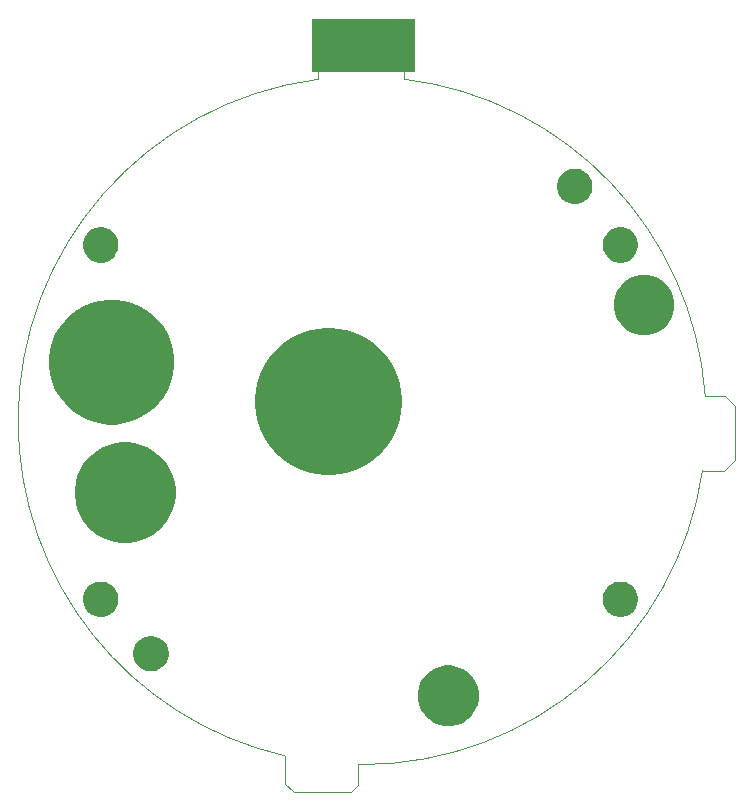
<source format=gbr>
%TF.GenerationSoftware,Altium Limited,Altium Designer,22.7.1 (60)*%
G04 Layer_Color=0*
%FSLAX45Y45*%
%MOMM*%
%TF.SameCoordinates,2E8CAF61-F9F5-4988-A97D-765C0E49F6B8*%
%TF.FilePolarity,Positive*%
%TF.FileFunction,Profile,NP*%
%TF.Part,Single*%
G01*
G75*
%TA.AperFunction,Profile*%
%ADD56C,0.02540*%
G36*
X-292100Y-457718D02*
X-322697D01*
X-383597Y-451720D01*
X-443615Y-439782D01*
X-502174Y-422018D01*
X-558710Y-398600D01*
X-612679Y-369753D01*
X-663560Y-335756D01*
X-710864Y-296934D01*
X-754134Y-253664D01*
X-792956Y-206360D01*
X-826953Y-155479D01*
X-855800Y-101510D01*
X-879218Y-44974D01*
X-896982Y13585D01*
X-908920Y73603D01*
X-914918Y134503D01*
Y165100D01*
Y195697D01*
X-908920Y256596D01*
X-896982Y316615D01*
X-879218Y375174D01*
X-855800Y431710D01*
X-826953Y485678D01*
X-792956Y536560D01*
X-754134Y583863D01*
X-710864Y627134D01*
X-663560Y665955D01*
X-612679Y699953D01*
X-558710Y728800D01*
X-502174Y752218D01*
X-443615Y769981D01*
X-383597Y781920D01*
X-322697Y787918D01*
X-292100D01*
X-261503D01*
X-200604Y781920D01*
X-140585Y769981D01*
X-82026Y752218D01*
X-25490Y728800D01*
X28478Y699953D01*
X79360Y665955D01*
X126663Y627134D01*
X169934Y583863D01*
X208755Y536560D01*
X242753Y485678D01*
X271600Y431710D01*
X295018Y375174D01*
X312781Y316615D01*
X324720Y256596D01*
X330718Y195697D01*
Y165100D01*
Y134503D01*
X324720Y73603D01*
X312781Y13585D01*
X295018Y-44974D01*
X271600Y-101510D01*
X242753Y-155479D01*
X208755Y-206360D01*
X169934Y-253664D01*
X126663Y-296934D01*
X79360Y-335756D01*
X28478Y-369753D01*
X-25490Y-398600D01*
X-82026Y-422018D01*
X-140585Y-439782D01*
X-200604Y-451720D01*
X-261503Y-457718D01*
X-292100D01*
D01*
D02*
G37*
G36*
X-2127821Y-30039D02*
X-2162513D01*
X-2231304Y-20983D01*
X-2298325Y-3025D01*
X-2362428Y23528D01*
X-2422516Y58220D01*
X-2477563Y100459D01*
X-2526625Y149521D01*
X-2568864Y204567D01*
X-2603556Y264656D01*
X-2630109Y328759D01*
X-2648067Y395779D01*
X-2657123Y464571D01*
Y499263D01*
Y533955D01*
X-2648067Y602746D01*
X-2630109Y669767D01*
X-2603556Y733869D01*
X-2568864Y793958D01*
X-2526625Y849005D01*
X-2477563Y898067D01*
X-2422516Y940306D01*
X-2362428Y974998D01*
X-2298325Y1001550D01*
X-2231304Y1019509D01*
X-2162513Y1028565D01*
X-2127821D01*
X-2093129D01*
X-2024338Y1019509D01*
X-1957317Y1001550D01*
X-1893214Y974998D01*
X-1833125Y940306D01*
X-1778079Y898067D01*
X-1729017Y849005D01*
X-1686778Y793958D01*
X-1652086Y733869D01*
X-1625533Y669767D01*
X-1607575Y602746D01*
X-1598519Y533955D01*
Y499263D01*
Y464571D01*
X-1607575Y395779D01*
X-1625533Y328759D01*
X-1652086Y264656D01*
X-1686778Y204567D01*
X-1729017Y149521D01*
X-1778079Y100459D01*
X-1833125Y58220D01*
X-1893214Y23528D01*
X-1957317Y-3025D01*
X-2024338Y-20983D01*
X-2093129Y-30039D01*
X-2127821D01*
D01*
D02*
G37*
G36*
X2123838Y981863D02*
Y956566D01*
X2133708Y906945D01*
X2153069Y860203D01*
X2181177Y818136D01*
X2216952Y782361D01*
X2259019Y754253D01*
X2305761Y734892D01*
X2355382Y725021D01*
X2380679D01*
X2405976D01*
X2455597Y734892D01*
X2502339Y754253D01*
X2544406Y782361D01*
X2580181Y818136D01*
X2608289Y860203D01*
X2627650Y906945D01*
X2637521Y956566D01*
Y981863D01*
Y1007160D01*
X2627650Y1056781D01*
X2608289Y1103523D01*
X2580181Y1145590D01*
X2544406Y1181365D01*
X2502339Y1209473D01*
X2455597Y1228834D01*
X2405976Y1238704D01*
X2380679D01*
X2355382D01*
X2305761Y1228834D01*
X2259019Y1209473D01*
X2216952Y1181365D01*
X2181177Y1145590D01*
X2153069Y1103523D01*
X2133708Y1056781D01*
X2123838Y1007160D01*
Y981863D01*
D01*
D02*
G37*
G36*
X1793579Y1836563D02*
X1778805D01*
X1749826Y1842327D01*
X1722528Y1853635D01*
X1697960Y1870050D01*
X1677067Y1890943D01*
X1660651Y1915511D01*
X1649344Y1942809D01*
X1643579Y1971789D01*
Y1986563D01*
Y2001337D01*
X1649344Y2030316D01*
X1660651Y2057614D01*
X1677067Y2082182D01*
X1697960Y2103075D01*
X1722528Y2119491D01*
X1749826Y2130798D01*
X1778805Y2136563D01*
X1793579D01*
X1808353D01*
X1837333Y2130798D01*
X1864631Y2119491D01*
X1889199Y2103075D01*
X1910092Y2082182D01*
X1926507Y2057614D01*
X1937815Y2030316D01*
X1943579Y2001337D01*
Y1986563D01*
Y1971789D01*
X1937815Y1942809D01*
X1926507Y1915511D01*
X1910092Y1890943D01*
X1889199Y1870050D01*
X1864631Y1853635D01*
X1837333Y1842327D01*
X1808353Y1836563D01*
X1793579D01*
D01*
D02*
G37*
G36*
X-1795341Y-2120101D02*
X-1810115D01*
X-1839095Y-2114337D01*
X-1866393Y-2103030D01*
X-1890961Y-2086614D01*
X-1911854Y-2065721D01*
X-1928269Y-2041153D01*
X-1939577Y-2013855D01*
X-1945341Y-1984875D01*
Y-1970101D01*
Y-1955328D01*
X-1939577Y-1926348D01*
X-1928269Y-1899050D01*
X-1911854Y-1874482D01*
X-1890961Y-1853589D01*
X-1866393Y-1837173D01*
X-1839095Y-1825866D01*
X-1810115Y-1820102D01*
X-1795341D01*
X-1780567D01*
X-1751588Y-1825866D01*
X-1724290Y-1837173D01*
X-1699722Y-1853589D01*
X-1678829Y-1874482D01*
X-1662413Y-1899050D01*
X-1651106Y-1926348D01*
X-1645341Y-1955328D01*
Y-1970101D01*
Y-1984875D01*
X-1651106Y-2013855D01*
X-1662413Y-2041153D01*
X-1678829Y-2065721D01*
X-1699722Y-2086614D01*
X-1724290Y-2103030D01*
X-1751588Y-2114337D01*
X-1780567Y-2120101D01*
X-1795341D01*
D01*
D02*
G37*
G36*
X-2219621Y1341263D02*
X-2234395D01*
X-2263374Y1347027D01*
X-2290672Y1358335D01*
X-2315240Y1374750D01*
X-2336133Y1395643D01*
X-2352549Y1420211D01*
X-2363856Y1447509D01*
X-2369621Y1476489D01*
Y1491263D01*
Y1506037D01*
X-2363856Y1535016D01*
X-2352549Y1562314D01*
X-2336133Y1586882D01*
X-2315240Y1607775D01*
X-2290672Y1624191D01*
X-2263374Y1635498D01*
X-2234395Y1641263D01*
X-2219621D01*
X-2204847D01*
X-2175867Y1635498D01*
X-2148569Y1624191D01*
X-2124001Y1607775D01*
X-2103108Y1586882D01*
X-2086693Y1562314D01*
X-2075385Y1535016D01*
X-2069621Y1506037D01*
Y1491263D01*
Y1476489D01*
X-2075385Y1447509D01*
X-2086693Y1420211D01*
X-2103108Y1395643D01*
X-2124001Y1374750D01*
X-2148569Y1358335D01*
X-2175867Y1347027D01*
X-2204847Y1341263D01*
X-2219621D01*
D01*
D02*
G37*
G36*
X2030379Y1491263D02*
Y1476489D01*
X2036144Y1447509D01*
X2047451Y1420211D01*
X2063867Y1395643D01*
X2084760Y1374750D01*
X2109328Y1358335D01*
X2136626Y1347027D01*
X2165605Y1341263D01*
X2180379D01*
X2195153D01*
X2224132Y1347027D01*
X2251431Y1358335D01*
X2275998Y1374750D01*
X2296892Y1395643D01*
X2313307Y1420211D01*
X2324615Y1447509D01*
X2330379Y1476489D01*
Y1491263D01*
Y1506037D01*
X2324615Y1535016D01*
X2313307Y1562314D01*
X2296892Y1586882D01*
X2275998Y1607775D01*
X2251431Y1624191D01*
X2224132Y1635498D01*
X2195153Y1641263D01*
X2180379D01*
X2165605D01*
X2136626Y1635498D01*
X2109328Y1624191D01*
X2084760Y1607775D01*
X2063867Y1586882D01*
X2047451Y1562314D01*
X2036144Y1535016D01*
X2030379Y1506037D01*
Y1491263D01*
D01*
D02*
G37*
G36*
Y-1508737D02*
Y-1523511D01*
X2036144Y-1552491D01*
X2047451Y-1579789D01*
X2063867Y-1604357D01*
X2084760Y-1625250D01*
X2109328Y-1641665D01*
X2136626Y-1652973D01*
X2165605Y-1658737D01*
X2180379D01*
X2195153D01*
X2224132Y-1652973D01*
X2251431Y-1641665D01*
X2275998Y-1625250D01*
X2296892Y-1604357D01*
X2313307Y-1579789D01*
X2324615Y-1552491D01*
X2330379Y-1523511D01*
Y-1508737D01*
Y-1493963D01*
X2324615Y-1464984D01*
X2313307Y-1437686D01*
X2296892Y-1413118D01*
X2275998Y-1392225D01*
X2251431Y-1375809D01*
X2224132Y-1364502D01*
X2195153Y-1358737D01*
X2180379D01*
X2165605D01*
X2136626Y-1364502D01*
X2109328Y-1375809D01*
X2084760Y-1392225D01*
X2063867Y-1413118D01*
X2047451Y-1437686D01*
X2036144Y-1464984D01*
X2030379Y-1493963D01*
Y-1508737D01*
D01*
D02*
G37*
G36*
X-2219621Y-1658737D02*
X-2234395D01*
X-2263374Y-1652973D01*
X-2290672Y-1641665D01*
X-2315240Y-1625250D01*
X-2336133Y-1604357D01*
X-2352549Y-1579789D01*
X-2363856Y-1552491D01*
X-2369621Y-1523511D01*
Y-1508737D01*
Y-1493963D01*
X-2363856Y-1464984D01*
X-2352549Y-1437686D01*
X-2336133Y-1413118D01*
X-2315240Y-1392225D01*
X-2290672Y-1375809D01*
X-2263374Y-1364502D01*
X-2234395Y-1358737D01*
X-2219621D01*
X-2204847D01*
X-2175867Y-1364502D01*
X-2148569Y-1375809D01*
X-2124001Y-1392225D01*
X-2103108Y-1413118D01*
X-2086693Y-1437686D01*
X-2075385Y-1464984D01*
X-2069621Y-1493963D01*
Y-1508737D01*
Y-1523511D01*
X-2075385Y-1552491D01*
X-2086693Y-1579789D01*
X-2103108Y-1604357D01*
X-2124001Y-1625250D01*
X-2148569Y-1641665D01*
X-2175867Y-1652973D01*
X-2204847Y-1658737D01*
X-2219621D01*
D01*
D02*
G37*
G36*
X466366Y-2326193D02*
Y-2351490D01*
X476236Y-2401112D01*
X495597Y-2447854D01*
X523706Y-2489921D01*
X559480Y-2525695D01*
X601547Y-2553804D01*
X648290Y-2573165D01*
X697911Y-2583035D01*
X723208D01*
X748504D01*
X798125Y-2573165D01*
X844867Y-2553804D01*
X886934Y-2525695D01*
X922709Y-2489921D01*
X950818Y-2447854D01*
X970179Y-2401112D01*
X980049Y-2351490D01*
Y-2326193D01*
Y-2300897D01*
X970179Y-2251276D01*
X950818Y-2204534D01*
X922709Y-2162467D01*
X886934Y-2126692D01*
X844867Y-2098584D01*
X798125Y-2079222D01*
X748504Y-2069352D01*
X723208D01*
X697911D01*
X648290Y-2079222D01*
X601547Y-2098584D01*
X559480Y-2126692D01*
X523706Y-2162467D01*
X495597Y-2204534D01*
X476236Y-2251276D01*
X466366Y-2300897D01*
Y-2326193D01*
D01*
D02*
G37*
G36*
X-2013521Y-1032365D02*
X-2041490D01*
X-2096950Y-1025063D01*
X-2150982Y-1010585D01*
X-2202663Y-989179D01*
X-2251107Y-961210D01*
X-2295486Y-927156D01*
X-2335040Y-887602D01*
X-2369093Y-843223D01*
X-2397063Y-794779D01*
X-2418469Y-743099D01*
X-2432947Y-689066D01*
X-2440248Y-633606D01*
Y-605637D01*
Y-577668D01*
X-2432947Y-522208D01*
X-2418469Y-468176D01*
X-2397063Y-416495D01*
X-2369093Y-368051D01*
X-2335040Y-323672D01*
X-2295486Y-284118D01*
X-2251107Y-250065D01*
X-2202663Y-222096D01*
X-2150982Y-200689D01*
X-2096950Y-186211D01*
X-2041490Y-178909D01*
X-2013521D01*
X-1985552D01*
X-1930092Y-186211D01*
X-1876059Y-200689D01*
X-1824379Y-222096D01*
X-1775935Y-250065D01*
X-1731556Y-284118D01*
X-1692002Y-323672D01*
X-1657948Y-368051D01*
X-1629979Y-416495D01*
X-1608573Y-468176D01*
X-1594095Y-522208D01*
X-1586793Y-577668D01*
Y-605637D01*
Y-633606D01*
X-1594095Y-689066D01*
X-1608573Y-743099D01*
X-1629979Y-794779D01*
X-1657948Y-843223D01*
X-1692002Y-887602D01*
X-1731556Y-927156D01*
X-1775935Y-961210D01*
X-1824379Y-989179D01*
X-1876059Y-1010585D01*
X-1930092Y-1025063D01*
X-1985552Y-1032365D01*
X-2013521D01*
D01*
D02*
G37*
G36*
X-431800Y2959100D02*
X444500D01*
Y3403600D01*
X-431800D01*
Y2959100D01*
D02*
G37*
D56*
X-656707Y-3069707D02*
X-593207Y-3133207D01*
X-584200Y-3136938D01*
X-101600D01*
X-92593Y-3133207D01*
X-41793Y-3082407D01*
X-38062Y-3073400D01*
Y-2908609D01*
D02*
G03*
X-6921Y-2908775I31141J2912572D01*
G01*
D02*
G03*
X2874924Y-419138I0J2912738D01*
G01*
X3060700D01*
X3069707Y-415407D01*
X3145907Y-339207D01*
X3149638Y-330200D01*
Y127000D01*
X3145907Y136007D01*
X3069707Y212207D01*
X3060700Y215938D01*
X2898094D01*
D02*
G03*
X349517Y2894810I-2905015J-211975D01*
G01*
Y3330563D01*
D02*
G03*
X339479Y3340601I-10038J0D01*
G01*
X-371521D01*
D02*
G03*
X-381559Y3330563I0J-10038D01*
G01*
Y2892508D01*
D02*
G03*
X-2919659Y3963I374638J-2888545D01*
G01*
D02*
G03*
X-660438Y-2834515I2912738J0D01*
G01*
X-656707Y-3069707D01*
%TF.MD5,5d3b2c04cfb0706859cdcdd66e3e184a*%
M02*

</source>
